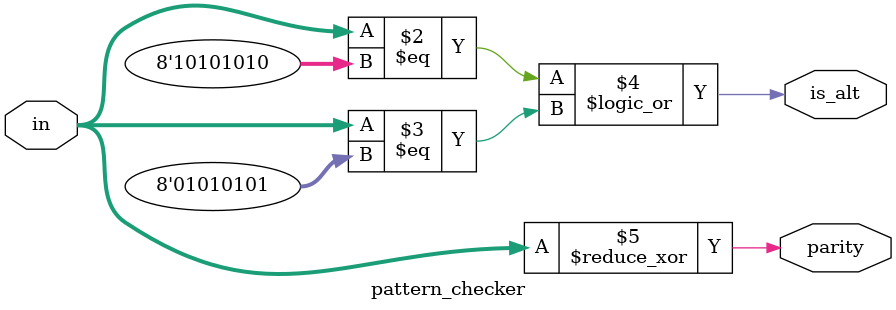
<source format=v>
module pattern_checker (
    input [7:0] in,
    output reg is_alt,
    output reg parity
);
    always@(*) begin
        is_alt = ((in == 8'b10101010) || (in == 8'b01010101));
        parity = ^in;
    end
endmodule
</source>
